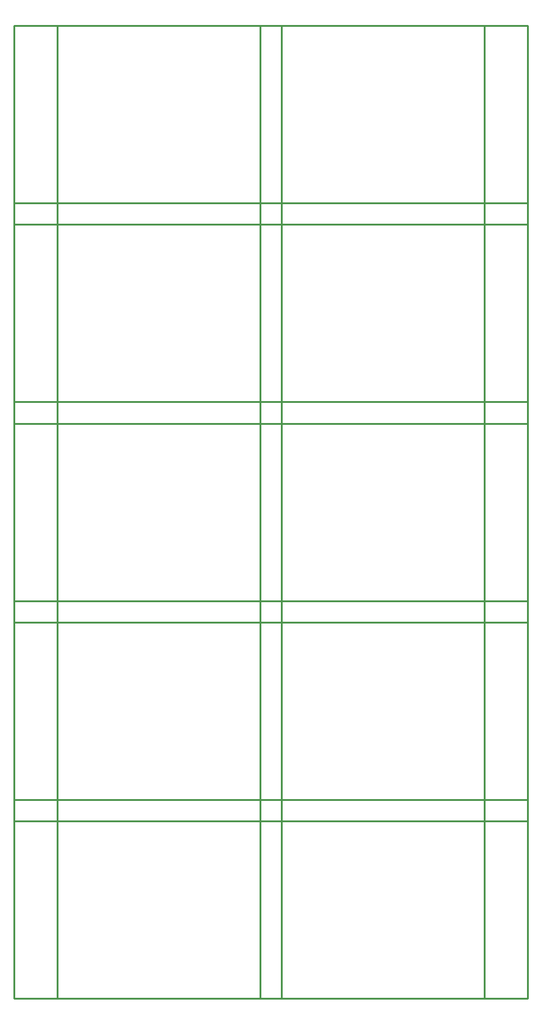
<source format=gko>
G04 Layer: BoardOutlineLayer*
G04 EasyEDA v6.5.9, 2022-12-18 14:38:18*
G04 6ed9124010b24111a11f212ffacae300,5dd06754fdd742daa6fe38bf62b7df6b,10*
G04 Gerber Generator version 0.2*
G04 Scale: 100 percent, Rotated: No, Reflected: No *
G04 Dimensions in millimeters *
G04 leading zeros omitted , absolute positions ,4 integer and 5 decimal *
%FSLAX45Y45*%
%MOMM*%

%ADD10C,0.2540*%
D10*
X25400Y2489200D02*
G01*
X2844800Y2489200D01*
X2844800Y25400D01*
X25400Y25400D01*
X25400Y2489200D01*
X3144799Y2489200D02*
G01*
X5964199Y2489200D01*
X5964199Y25400D01*
X3144799Y25400D01*
X3144799Y2489200D01*
X25400Y-274599D02*
G01*
X2844800Y-274599D01*
X2844800Y-2738399D01*
X25400Y-2738399D01*
X25400Y-274599D01*
X3144799Y-274599D02*
G01*
X5964199Y-274599D01*
X5964199Y-2738399D01*
X3144799Y-2738399D01*
X3144799Y-274599D01*
X25400Y-3038398D02*
G01*
X2844800Y-3038398D01*
X2844800Y-5502198D01*
X25400Y-5502198D01*
X25400Y-3038398D01*
X3144799Y-3038398D02*
G01*
X5964199Y-3038398D01*
X5964199Y-5502198D01*
X3144799Y-5502198D01*
X3144799Y-3038398D01*
X25400Y-5802198D02*
G01*
X2844800Y-5802198D01*
X2844800Y-8265998D01*
X25400Y-8265998D01*
X25400Y-5802198D01*
X3144799Y-5802198D02*
G01*
X5964199Y-5802198D01*
X5964199Y-8265998D01*
X3144799Y-8265998D01*
X3144799Y-5802198D01*
X25400Y-8565997D02*
G01*
X2844800Y-8565997D01*
X2844800Y-11029797D01*
X25400Y-11029797D01*
X25400Y-8565997D01*
X3144799Y-8565997D02*
G01*
X5964199Y-8565997D01*
X5964199Y-11029797D01*
X3144799Y-11029797D01*
X3144799Y-8565997D01*
X-574598Y2489200D02*
G01*
X6564198Y2489200D01*
X6564198Y-11029797D01*
X-574598Y-11029797D01*
X-574598Y2489200D01*
X-574598Y-274599D02*
G01*
X6564198Y-274599D01*
X-574598Y25400D02*
G01*
X6564198Y25400D01*
X-574598Y-3038398D02*
G01*
X6564198Y-3038398D01*
X-574598Y-2738399D02*
G01*
X6564198Y-2738399D01*
X-574598Y-5802198D02*
G01*
X6564198Y-5802198D01*
X-574598Y-5502198D02*
G01*
X6564198Y-5502198D01*
X-574598Y-8565997D02*
G01*
X6564198Y-8565997D01*
X-574598Y-8265998D02*
G01*
X6564198Y-8265998D01*
X3144799Y2489200D02*
G01*
X3144799Y-11029797D01*
X2844800Y2489200D02*
G01*
X2844800Y-11029797D01*
X25400Y2489200D02*
G01*
X25400Y-11029797D01*
X5964199Y2489200D02*
G01*
X5964199Y-11029797D01*

%LPD*%
M02*

</source>
